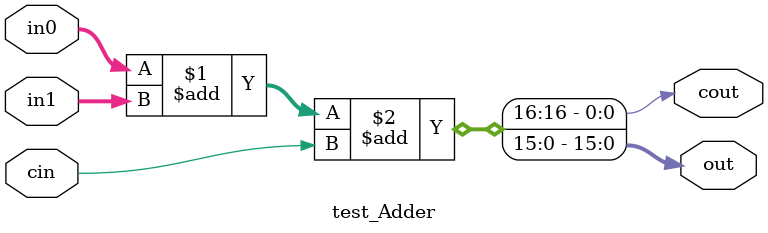
<source format=v>

`ifndef TEST_ADDER_V
`define TEST_ADDER_V

module test_Adder (
  input	  [15:0]  in0, in1,
  input	          cin,
  output  [15:0]  out,
  output          cout
);

  assign {cout, out} = in0 + in1 + cin;

endmodule

`endif


</source>
